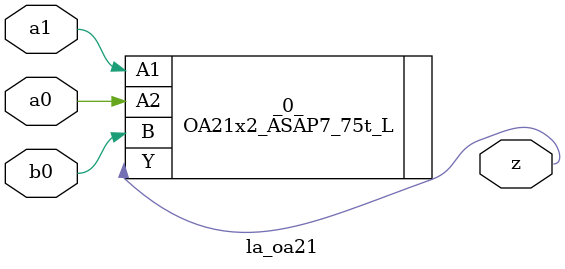
<source format=v>

/* Generated by Yosys 0.40 (git sha1 a1bb0255d, g++ 11.4.0-1ubuntu1~22.04 -fPIC -Os) */

module la_oa21(a0, a1, b0, z);
  input a0;
  wire a0;
  input a1;
  wire a1;
  input b0;
  wire b0;
  output z;
  wire z;
  OA21x2_ASAP7_75t_L _0_ (
    .A1(a1),
    .A2(a0),
    .B(b0),
    .Y(z)
  );
endmodule

</source>
